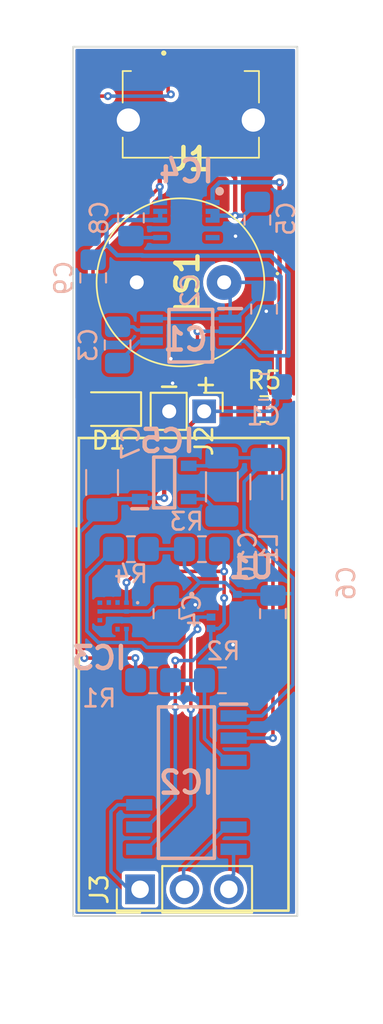
<source format=kicad_pcb>
(kicad_pcb (version 20211014) (generator pcbnew)
  (layers (0 "F.Cu" signal) (31 "B.Cu" signal) (34 "B.Paste" user) (35 "F.Paste" user) (36 "B.SilkS" user "B.Silkscreen") (37 "F.SilkS" user "F.Silkscreen") (38 "B.Mask" user) (39 "F.Mask" user) (44 "Edge.Cuts" user))
  (net 0 "")
  (net 1 "Earth")
  (net 2 "/BAT")
  (net 3 "Net-(C2-Pad1)")
  (net 4 "Net-(C3-Pad1)")
  (net 5 "Net-(C3-Pad2)")
  (net 6 "/1.8V")
  (net 7 "/5V")
  (net 8 "Net-(C8-Pad1)")
  (net 9 "/BUZZER")
  (net 10 "/BAT_DIV")
  (net 11 "/RX")
  (net 12 "/TX")
  (net 13 "/SDA")
  (net 14 "/SCL")
  (net 15 "/PROG")
  (net 21 "Net-(IC4-Pad1)")
  (net 23 "Net-(IC5-Pad5)")
  (net 24 "/D-")
  (net 25 "/D+")
  (net 26 "/ID")
  (net 27 "Net-(D1-Pad1)")
  (footprint "SamacSys_Parts:USB307530A" (layer "F.Cu") (at 39.243 28.067)
    (fp_text reference "J1" (at 0 2.233) (layer "F.SilkS") (effects (font (size 1.27 1.27) (thickness 0.254))))
    (fp_text value "USB3075-30-A" hide)
    (fp_line (start 3.9 2.15) (end 3.9 1) (layer "F.SilkS") (width 0.1))
    (fp_line (start -1.6 -3.825) (end -1.6 -3.825) (layer "F.SilkS") (width 0.2))
    (fp_line (start -1.5 -3.825) (end -1.5 -3.825) (layer "F.SilkS") (width 0.2))
    (fp_line (start -3.9 1) (end -3.9 2.15) (layer "F.SilkS") (width 0.1))
    (fp_line (start -3.9 -2.8) (end -3.9 -1) (layer "F.SilkS") (width 0.1))
    (fp_line (start -3.425 -2.8) (end -3.9 -2.8) (layer "F.SilkS") (width 0.1))
    (fp_line (start 3.075 -2.8) (end 3.9 -2.8) (layer "F.SilkS") (width 0.1))
    (fp_line (start 3.9 -2.8) (end 3.9 -1) (layer "F.SilkS") (width 0.1))
    (fp_line (start -3.9 2.15) (end 3.9 2.15) (layer "F.SilkS") (width 0.1))
    (fp_arc (start -1.6 -3.825) (mid -1.55 -3.875) (end -1.5 -3.825) (layer "F.SilkS") (width 0.2))
    (fp_arc (start -1.5 -3.825) (mid -1.55 -3.775) (end -1.6 -3.825) (layer "F.SilkS") (width 0.2))
    (pad "1" smd rect locked (at -1.3 -2.65) (size 0.4 1.4) (layers "F.Cu" "F.Paste" "F.Mask") (net 7 "/5V"))
    (pad "2" smd rect locked (at -0.65 -2.65) (size 0.4 1.4) (layers "F.Cu" "F.Paste" "F.Mask") (net 24 "/D-"))
    (pad "3" smd rect locked (at 0 -2.65) (size 0.4 1.4) (layers "F.Cu" "F.Paste" "F.Mask") (net 25 "/D+"))
    (pad "4" smd rect locked (at 0.65 -2.65) (size 0.4 1.4) (layers "F.Cu" "F.Paste" "F.Mask") (net 26 "/ID"))
    (pad "5" smd rect locked (at 1.3 -2.65) (size 0.4 1.4) (layers "F.Cu" "F.Paste" "F.Mask") (net 1 "Earth"))
    (pad "MH1" thru_hole circle locked (at -3.575 0) (size 1.85 1.85) (drill 1.3285) (layers *.Cu *.Mask) (net 1 "Earth"))
    (pad "MH2" thru_hole circle locked (at 3.575 0) (size 1.85 1.85) (drill 1.3285) (layers *.Cu *.Mask) (net 1 "Earth"))
    (pad "MP1" smd rect locked (at -1.125 0) (size 1.75 1.9) (layers "F.Cu" "F.Paste" "F.Mask") (net 1 "Earth"))
    (pad "MP2" smd rect locked (at 1.125 0) (size 1.75 1.9) (layers "F.Cu" "F.Paste" "F.Mask") (net 1 "Earth"))
    (pad "MP3" smd rect locked (at -2.32 -2.23) (size 1.15 1.45) (layers "F.Cu" "F.Paste" "F.Mask") (net 1 "Earth"))
    (pad "MP4" smd rect locked (at 2.32 -2.23) (size 1.15 1.45) (layers "F.Cu" "F.Paste" "F.Mask") (net 1 "Earth"))
  )
  (footprint "Connector_PinHeader_2.00mm:PinHeader_1x02_P2.00mm_Vertical" (layer "F.Cu") (at 40.005 44.704 -90)
    (fp_text reference "J2" (at 1.696 0.005 90) (layer "F.SilkS"))
    (fp_text value "Battery")
    (fp_line (start 1.06 1) (end 1.06 3.06) (layer "F.SilkS") (width 0.12))
    (fp_line (start -1.06 3.06) (end 1.06 3.06) (layer "F.SilkS") (width 0.12))
    (fp_line (start -1.06 -1.06) (end 0 -1.06) (layer "F.SilkS") (width 0.12))
    (fp_line (start -1.06 0) (end -1.06 -1.06) (layer "F.SilkS") (width 0.12))
    (fp_line (start -1.06 1) (end 1.06 1) (layer "F.SilkS") (width 0.12))
    (fp_line (start -1.06 1) (end -1.06 3.06) (layer "F.SilkS") (width 0.12))
    (pad "1" thru_hole rect (at 0 0 270) (size 1.35 1.35) (drill 0.8) (layers *.Cu *.Mask) (net 2 "/BAT"))
    (pad "2" thru_hole oval (at 0 2 270) (size 1.35 1.35) (drill 0.8) (layers *.Cu *.Mask) (net 1 "Earth"))
  )
  (footprint "LED_SMD:LED_0805_2012Metric_Pad1.15x1.40mm_HandSolder" (layer "F.Cu") (at 34.535 44.577 180)
    (fp_text reference "D1" (at 0 -1.793) (layer "F.SilkS"))
    (fp_text value "LED")
    (fp_line (start -1.86 0.96) (end 1 0.96) (layer "F.SilkS") (width 0.12))
    (fp_line (start 1 -0.96) (end -1.86 -0.96) (layer "F.SilkS") (width 0.12))
    (fp_line (start -1.86 -0.96) (end -1.86 0.96) (layer "F.SilkS") (width 0.12))
    (pad "1" smd roundrect (at -1.025 0 180) (size 1.15 1.4) (layers "F.Cu" "F.Paste" "F.Mask") (roundrect_rratio 0.2173913043) (net 27 "Net-(D1-Pad1)"))
    (pad "2" smd roundrect (at 1.025 0 180) (size 1.15 1.4) (layers "F.Cu" "F.Paste" "F.Mask") (roundrect_rratio 0.2173913043) (net 7 "/5V"))
  )
  (footprint "Resistor_SMD:R_0805_2012Metric_Pad1.20x1.40mm_HandSolder" (layer "F.Cu") (at 43.45 44.577)
    (fp_text reference "R5" (at 0 -1.65) (layer "F.SilkS"))
    (fp_text value "100")
    (fp_line (start -0.227064 0.735) (end 0.227064 0.735) (layer "F.SilkS") (width 0.12))
    (fp_line (start -0.227064 -0.735) (end 0.227064 -0.735) (layer "F.SilkS") (width 0.12))
    (pad "1" smd roundrect (at -1 0) (size 1.2 1.4) (layers "F.Cu" "F.Paste" "F.Mask") (roundrect_rratio 0.2083333333) (net 27 "Net-(D1-Pad1)"))
    (pad "2" smd roundrect (at 1 0) (size 1.2 1.4) (layers "F.Cu" "F.Paste" "F.Mask") (roundrect_rratio 0.2083333333) (net 21 "Net-(IC4-Pad1)"))
  )
  (footprint "Connector_PinHeader_2.54mm:PinHeader_1x03_P2.54mm_Vertical" (layer "F.Cu") (at 36.337 72.009 90)
    (fp_text reference "J3" (at 0 -2.33 90) (layer "F.SilkS"))
    (fp_text value "Conn_01x03_Female")
    (fp_line (start -1.33 1.27) (end 1.33 1.27) (layer "F.SilkS") (width 0.12))
    (fp_line (start -1.33 0) (end -1.33 -1.33) (layer "F.SilkS") (width 0.12))
    (fp_line (start -1.33 1.27) (end -1.33 6.41) (layer "F.SilkS") (width 0.12))
    (fp_line (start 1.33 1.27) (end 1.33 6.41) (layer "F.SilkS") (width 0.12))
    (fp_line (start -1.33 -1.33) (end 0 -1.33) (layer "F.SilkS") (width 0.12))
    (fp_line (start -1.33 6.41) (end 1.33 6.41) (layer "F.SilkS") (width 0.12))
    (pad "1" thru_hole rect (at 0 0 90) (size 1.7 1.7) (drill 1) (layers *.Cu *.Mask) (net 15 "/PROG"))
    (pad "2" thru_hole oval (at 0 2.54 90) (size 1.7 1.7) (drill 1) (layers *.Cu *.Mask) (net 11 "/RX"))
    (pad "3" thru_hole oval (at 0 5.08 90) (size 1.7 1.7) (drill 1) (layers *.Cu *.Mask) (net 12 "/TX"))
  )
  (footprint "SamacSys_Parts:CMI96050580T" (layer "F.Cu") (at 41.148 37.338 -90)
    (fp_text reference "LS1" (at 0 2.1 90) (layer "F.SilkS") (effects (font (size 1.27 1.27) (thickness 0.254))))
    (fp_text value "CMI-9605-0580T" hide)
    (fp_line (start -0.5 -3.1) (end -0.5 -3.1) (layer "F.SilkS") (width 0.1))
    (fp_line (start 4.8 2.5) (end 4.8 2.5) (layer "F.SilkS") (width 0.1))
    (fp_line (start -4.8 2.5) (end -4.8 2.5) (layer "F.SilkS") (width 0.1))
    (fp_line (start -0.5 -3) (end -0.5 -3) (layer "F.SilkS") (width 0.1))
    (fp_arc (start 4.8 2.5) (mid 0 7.3) (end -4.8 2.5) (layer "F.SilkS") (width 0.1))
    (fp_arc (start -4.8 2.5) (mid 0 -2.3) (end 4.8 2.5) (layer "F.SilkS") (width 0.1))
    (fp_arc (start -0.5 -3) (mid -0.55 -3.05) (end -0.5 -3.1) (layer "F.SilkS") (width 0.1))
    (fp_arc (start -0.5 -3.1) (mid -0.45 -3.05) (end -0.5 -3) (layer "F.SilkS") (width 0.1))
    (pad "1" thru_hole circle locked (at 0 0 270) (size 2 2) (drill 0.8) (layers *.Cu *.Mask) (net 3 "Net-(C2-Pad1)"))
    (pad "2" thru_hole circle locked (at 0 5 270) (size 2 2) (drill 0.8) (layers *.Cu *.Mask) (net 1 "Earth"))
  )
  (footprint "Capacitor_SMD:C_0805_2012Metric_Pad1.18x1.45mm_HandSolder" (layer "B.Cu") (at 43.4125 43.307)
    (fp_text reference "C1" (at 0 1.68) (layer "B.SilkS") (effects (justify mirror)))
    (fp_text value "1uF")
    (fp_line (start -0.261252 0.735) (end 0.261252 0.735) (layer "B.SilkS") (width 0.12))
    (fp_line (start -0.261252 -0.735) (end 0.261252 -0.735) (layer "B.SilkS") (width 0.12))
    (pad "1" smd roundrect (at -1.0375 0) (size 1.175 1.45) (layers "B.Cu" "B.Paste" "B.Mask") (roundrect_rratio 0.2127659574) (net 1 "Earth"))
    (pad "2" smd roundrect (at 1.0375 0) (size 1.175 1.45) (layers "B.Cu" "B.Paste" "B.Mask") (roundrect_rratio 0.2127659574) (net 2 "/BAT"))
  )
  (footprint "SamacSys_Parts:SON50P300X300X100-11N-D" (layer "B.Cu") (at 38.989 33.782 180)
    (fp_text reference "IC4" (at 0 2.794) (layer "B.SilkS") (effects (font (size 1.27 1.27) (thickness 0.254)) (justify mirror)))
    (fp_text value "MCP73855-I_MF" hide)
    (fp_circle (center -1.9 1.65) (end -1.9 1.525) (layer "B.SilkS") (width 0.25) (fill none))
    (pad "1" smd rect locked (at -1.5 1 90) (size 0.3 0.8) (layers "B.Cu" "B.Paste" "B.Mask") (net 21 "Net-(IC4-Pad1)"))
    (pad "2" smd rect locked (at -1.5 0.5 90) (size 0.3 0.8) (layers "B.Cu" "B.Paste" "B.Mask") (net 7 "/5V"))
    (pad "3" smd rect locked (at -1.5 0 90) (size 0.3 0.8) (layers "B.Cu" "B.Paste" "B.Mask") (net 7 "/5V"))
    (pad "4" smd rect locked (at -1.5 -0.5 90) (size 0.3 0.8) (layers "B.Cu" "B.Paste" "B.Mask") (net 1 "Earth"))
    (pad "5" smd rect locked (at -1.5 -1 90) (size 0.3 0.8) (layers "B.Cu" "B.Paste" "B.Mask"))
    (pad "6" smd rect locked (at 1.5 -1 90) (size 0.3 0.8) (layers "B.Cu" "B.Paste" "B.Mask") (net 8 "Net-(C8-Pad1)"))
    (pad "7" smd rect locked (at 1.5 -0.5 90) (size 0.3 0.8) (layers "B.Cu" "B.Paste" "B.Mask") (net 1 "Earth"))
    (pad "8" smd rect locked (at 1.5 0 90) (size 0.3 0.8) (layers "B.Cu" "B.Paste" "B.Mask") (net 2 "/BAT"))
    (pad "9" smd rect locked (at 1.5 0.5 90) (size 0.3 0.8) (layers "B.Cu" "B.Paste" "B.Mask") (net 2 "/BAT"))
    (pad "10" smd rect locked (at 1.5 1 90) (size 0.3 0.8) (layers "B.Cu" "B.Paste" "B.Mask") (net 7 "/5V"))
    (pad "11" smd rect locked (at 0 0 180) (size 1.75 2.45) (layers "B.Cu" "B.Paste" "B.Mask") (net 1 "Earth"))
  )
  (footprint "Capacitor_SMD:C_0805_2012Metric_Pad1.18x1.45mm_HandSolder" (layer "B.Cu") (at 37.846 56.261 -90)
    (fp_text reference "C4" (at -0.161 -1.454 90) (layer "B.SilkS") (effects (justify mirror)))
    (fp_text value ".1uF")
    (fp_line (start -0.261252 0.735) (end 0.261252 0.735) (layer "B.SilkS") (width 0.12))
    (fp_line (start -0.261252 -0.735) (end 0.261252 -0.735) (layer "B.SilkS") (width 0.12))
    (pad "1" smd roundrect (at -1.0375 0 270) (size 1.175 1.45) (layers "B.Cu" "B.Paste" "B.Mask") (roundrect_rratio 0.2127659574) (net 6 "/1.8V"))
    (pad "2" smd roundrect (at 1.0375 0 270) (size 1.175 1.45) (layers "B.Cu" "B.Paste" "B.Mask") (roundrect_rratio 0.2127659574) (net 1 "Earth"))
  )
  (footprint "Capacitor_SMD:C_0805_2012Metric_Pad1.18x1.45mm_HandSolder" (layer "B.Cu") (at 43.053 33.782 -90)
    (fp_text reference "C5" (at -0.082 -1.647 90) (layer "B.SilkS") (effects (justify mirror)))
    (fp_text value "5uF")
    (fp_line (start -0.261252 -0.735) (end 0.261252 -0.735) (layer "B.SilkS") (width 0.12))
    (fp_line (start -0.261252 0.735) (end 0.261252 0.735) (layer "B.SilkS") (width 0.12))
    (pad "1" smd roundrect (at -1.0375 0 270) (size 1.175 1.45) (layers "B.Cu" "B.Paste" "B.Mask") (roundrect_rratio 0.2127659574) (net 7 "/5V"))
    (pad "2" smd roundrect (at 1.0375 0 270) (size 1.175 1.45) (layers "B.Cu" "B.Paste" "B.Mask") (roundrect_rratio 0.2127659574) (net 1 "Earth"))
  )
  (footprint "SamacSys_Parts:MC3479" (layer "B.Cu") (at 34.798 56.388 180)
    (fp_text reference "IC3" (at 0.798 -2.412) (layer "B.SilkS") (effects (font (size 1.27 1.27) (thickness 0.254)) (justify mirror)))
    (fp_text value "MC3479" hide)
    (fp_line (start -1.4 0.8) (end -1.4 0.8) (layer "B.SilkS") (width 0.1))
    (fp_line (start -1.4 0.7) (end -1.4 0.7) (layer "B.SilkS") (width 0.1))
    (fp_arc (start -1.4 0.8) (mid -1.45 0.75) (end -1.4 0.7) (layer "B.SilkS") (width 0.1))
    (fp_arc (start -1.4 0.7) (mid -1.35 0.75) (end -1.4 0.8) (layer "B.SilkS") (width 0.1))
    (pad "1" smd rect locked (at -0.762 0.75 90) (size 0.25 0.275) (layers "B.Cu" "B.Paste" "B.Mask") (net 14 "/SCL"))
    (pad "2" smd rect locked (at -0.762 0.25 90) (size 0.25 0.275) (layers "B.Cu" "B.Paste" "B.Mask") (net 6 "/1.8V"))
    (pad "3" smd rect locked (at -0.762 -0.25 90) (size 0.25 0.275) (layers "B.Cu" "B.Paste" "B.Mask") (net 1 "Earth"))
    (pad "4" smd rect locked (at -0.762 -0.75 90) (size 0.25 0.275) (layers "B.Cu" "B.Paste" "B.Mask") (net 13 "/SDA"))
    (pad "5" smd rect locked (at -0.25 -0.763 180) (size 0.25 0.275) (layers "B.Cu" "B.Paste" "B.Mask"))
    (pad "6" smd rect locked (at 0.25 -0.763 180) (size 0.25 0.275) (layers "B.Cu" "B.Paste" "B.Mask") (net 1 "Earth"))
    (pad "7" smd rect locked (at 0.763 -0.75 90) (size 0.25 0.275) (layers "B.Cu" "B.Paste" "B.Mask") (net 1 "Earth"))
    (pad "8" smd rect locked (at 0.763 -0.25 90) (size 0.25 0.275) (layers "B.Cu" "B.Paste" "B.Mask"))
    (pad "9" smd rect locked (at 0.763 0.25 90) (size 0.25 0.275) (layers "B.Cu" "B.Paste" "B.Mask") (net 6 "/1.8V"))
    (pad "10" smd rect locked (at 0.763 0.75 90) (size 0.25 0.275) (layers "B.Cu" "B.Paste" "B.Mask"))
    (pad "11" smd rect locked (at 0.25 0.762 180) (size 0.25 0.275) (layers "B.Cu" "B.Paste" "B.Mask"))
    (pad "12" smd rect locked (at -0.25 0.762 180) (size 0.25 0.275) (layers "B.Cu" "B.Paste" "B.Mask"))
  )
  (footprint "SamacSys_Parts:SOP65P490X122-8N" (layer "B.Cu") (at 39.243 40.386 180)
    (fp_text reference "IC1" (at 0 -0.214) (layer "B.SilkS") (effects (font (size 1.27 1.27) (thickness 0.254)) (justify mirror)))
    (fp_text value "XC9801B503KR-G" hide)
    (fp_line (start 1.25 -1.5) (end -1.25 -1.5) (layer "B.SilkS") (width 0.2))
    (fp_line (start -1.25 -1.5) (end -1.25 1.5) (layer "B.SilkS") (width 0.2))
    (fp_line (start 1.25 1.5) (end 1.25 -1.5) (layer "B.SilkS") (width 0.2))
    (fp_line (start -2.9 1.55) (end -1.6 1.55) (layer "B.SilkS") (width 0.2))
    (fp_line (start -1.25 1.5) (end 1.25 1.5) (layer "B.SilkS") (width 0.2))
    (pad "1" smd rect locked (at -2.25 0.975 90) (size 0.45 1.3) (layers "B.Cu" "B.Paste" "B.Mask") (net 3 "Net-(C2-Pad1)"))
    (pad "2" smd rect locked (at -2.25 0.325 90) (size 0.45 1.3) (layers "B.Cu" "B.Paste" "B.Mask") (net 9 "/BUZZER"))
    (pad "3" smd rect locked (at -2.25 -0.325 90) (size 0.45 1.3) (layers "B.Cu" "B.Paste" "B.Mask") (net 2 "/BAT"))
    (pad "4" smd rect locked (at -2.25 -0.975 90) (size 0.45 1.3) (layers "B.Cu" "B.Paste" "B.Mask") (net 1 "Earth"))
    (pad "5" smd rect locked (at 2.25 -0.975 90) (size 0.45 1.3) (layers "B.Cu" "B.Paste" "B.Mask") (net 1 "Earth"))
    (pad "6" smd rect locked (at 2.25 -0.325 90) (size 0.45 1.3) (layers "B.Cu" "B.Paste" "B.Mask") (net 5 "Net-(C3-Pad2)"))
    (pad "7" smd rect locked (at 2.25 0.325 90) (size 0.45 1.3) (layers "B.Cu" "B.Paste" "B.Mask") (net 4 "Net-(C3-Pad1)"))
    (pad "8" smd rect locked (at 2.25 0.975 90) (size 0.45 1.3) (layers "B.Cu" "B.Paste" "B.Mask") (net 3 "Net-(C2-Pad1)"))
  )
  (footprint "Capacitor_SMD:C_1206_3216Metric_Pad1.33x1.80mm_HandSolder" (layer "B.Cu") (at 43.561 49.022 -90)
    (fp_text reference "C10" (at 3.978 1.061 90) (layer "B.SilkS") (effects (justify mirror)))
    (fp_text value "22uF")
    (fp_line (start -0.711252 0.91) (end 0.711252 0.91) (layer "B.SilkS") (width 0.12))
    (fp_line (start -0.711252 -0.91) (end 0.711252 -0.91) (layer "B.SilkS") (width 0.12))
    (pad "1" smd roundrect (at -1.5625 0 270) (size 1.325 1.8) (layers "B.Cu" "B.Paste" "B.Mask") (roundrect_rratio 0.1886792453) (net 6 "/1.8V"))
    (pad "2" smd roundrect (at 1.5625 0 270) (size 1.325 1.8) (layers "B.Cu" "B.Paste" "B.Mask") (roundrect_rratio 0.1886792453) (net 1 "Earth"))
  )
  (footprint "Capacitor_SMD:C_0805_2012Metric_Pad1.18x1.45mm_HandSolder" (layer "B.Cu") (at 43.434 38.862 -90)
    (fp_text reference "C2" (at -1.062 4.234 90) (layer "B.SilkS") (effects (justify mirror)))
    (fp_text value "5uF")
    (fp_line (start -0.261252 -0.735) (end 0.261252 -0.735) (layer "B.SilkS") (width 0.12))
    (fp_line (start -0.261252 0.735) (end 0.261252 0.735) (layer "B.SilkS") (width 0.12))
    (pad "1" smd roundrect (at -1.0375 0 270) (size 1.175 1.45) (layers "B.Cu" "B.Paste" "B.Mask") (roundrect_rratio 0.2127659574) (net 3 "Net-(C2-Pad1)"))
    (pad "2" smd roundrect (at 1.0375 0 270) (size 1.175 1.45) (layers "B.Cu" "B.Paste" "B.Mask") (roundrect_rratio 0.2127659574) (net 1 "Earth"))
  )
  (footprint "Resistor_SMD:R_0805_2012Metric_Pad1.20x1.40mm_HandSolder" (layer "B.Cu") (at 37.084 60.071)
    (fp_text reference "R1" (at -3.084 1.029) (layer "B.SilkS") (effects (justify mirror)))
    (fp_text value "300K")
    (fp_line (start -0.227064 -0.735) (end 0.227064 -0.735) (layer "B.SilkS") (width 0.12))
    (fp_line (start -0.227064 0.735) (end 0.227064 0.735) (layer "B.SilkS") (width 0.12))
    (pad "1" smd roundrect (at -1 0) (size 1.2 1.4) (layers "B.Cu" "B.Paste" "B.Mask") (roundrect_rratio 0.2083333333) (net 2 "/BAT"))
    (pad "2" smd roundrect (at 1 0) (size 1.2 1.4) (layers "B.Cu" "B.Paste" "B.Mask") (roundrect_rratio 0.2083333333) (net 10 "/BAT_DIV"))
  )
  (footprint "Capacitor_SMD:C_1206_3216Metric_Pad1.33x1.80mm_HandSolder" (layer "B.Cu") (at 34.163 48.768 90)
    (fp_text reference "C7" (at 2.268 1.637 90) (layer "B.SilkS") (effects (justify mirror)))
    (fp_text value "22uF")
    (fp_line (start -0.711252 -0.91) (end 0.711252 -0.91) (layer "B.SilkS") (width 0.12))
    (fp_line (start -0.711252 0.91) (end 0.711252 0.91) (layer "B.SilkS") (width 0.12))
    (pad "1" smd roundrect (at -1.5625 0 90) (size 1.325 1.8) (layers "B.Cu" "B.Paste" "B.Mask") (roundrect_rratio 0.1886792453) (net 2 "/BAT"))
    (pad "2" smd roundrect (at 1.5625 0 90) (size 1.325 1.8) (layers "B.Cu" "B.Paste" "B.Mask") (roundrect_rratio 0.1886792453) (net 1 "Earth"))
  )
  (footprint "Inductor_SMD:L_1206_3216Metric_Pad1.22x1.90mm_HandSolder" (layer "B.Cu") (at 41.021 49.022 90)
    (fp_text reference "L1" (at -3.478 2.679 90) (layer "B.SilkS") (effects (justify mirror)))
    (fp_text value "10uH")
    (fp_line (start -0.835242 0.91) (end 0.835242 0.91) (layer "B.SilkS") (width 0.12))
    (fp_line (start -0.835242 -0.91) (end 0.835242 -0.91) (layer "B.SilkS") (width 0.12))
    (pad "1" smd roundrect (at -1.6625 0 90) (size 1.225 1.9) (layers "B.Cu" "B.Paste" "B.Mask") (roundrect_rratio 0.2040816327) (net 23 "Net-(IC5-Pad5)"))
    (pad "2" smd roundrect (at 1.6625 0 90) (size 1.225 1.9) (layers "B.Cu" "B.Paste" "B.Mask") (roundrect_rratio 0.2040816327) (net 6 "/1.8V"))
  )
  (footprint "SamacSys_Parts:ICP10111" (layer "B.Cu") (at 41.148 56.134 180)
    (fp_text reference "U1" (at -1.552 2.534) (layer "B.SilkS") (effects (font (size 1.27 1.27) (thickness 0.254)) (justify mirror)))
    (fp_text value "ICP-10111" hide)
    (fp_line (start 1.8 0.975) (end 1.8 0.975) (layer "B.SilkS") (width 0.2))
    (fp_line (start 1.8 0.975) (end 1.8 0.975) (layer "B.SilkS") (width 0.2))
    (fp_line (start 1.9 0.975) (end 1.9 0.975) (layer "B.SilkS") (width 0.2))
    (fp_arc (start 1.9 0.975) (mid 1.85 1.025) (end 1.8 0.975) (layer "B.SilkS") (width 0.2))
    (fp_arc (start 1.8 0.975) (mid 1.85 0.925) (end 1.9 0.975) (layer "B.SilkS") (width 0.2))
    (fp_arc (start 1.8 0.975) (mid 1.85 0.925) (end 1.9 0.975) (layer "B.SilkS") (width 0.2))
    (pad "1" smd rect locked (at 0.75 0.975 90) (size 0.4 0.5) (layers "B.Cu" "B.Paste" "B.Mask") (net 1 "Earth"))
    (pad "2" smd rect locked (at 0.75 0.325 90) (size 0.4 0.5) (layers "B.Cu" "B.Paste" "B.Mask") (net 1 "Earth"))
    (pad "3" smd rect locked (at 0.75 -0.325 90) (size 0.4 0.5) (layers "B.Cu" "B.Paste" "B.Mask") (net 13 "/SDA"))
    (pad "4" smd rect locked (at 0.75 -0.975 90) (size 0.4 0.5) (layers "B.Cu" "B.Paste" "B.Mask") (net 14 "/SCL"))
    (pad "5" smd rect locked (at -0.75 -0.975 90) (size 0.4 0.5) (layers "B.Cu" "B.Paste" "B.Mask") (net 1 "Earth"))
    (pad "6" smd rect locked (at -0.75 -0.325 90) (size 0.4 0.5) (layers "B.Cu" "B.Paste" "B.Mask") (net 1 "Earth"))
    (pad "7" smd rect locked (at -0.75 0.325 90) (size 0.4 0.5) (layers "B.Cu" "B.Paste" "B.Mask") (net 1 "Earth"))
    (pad "8" smd rect locked (at -0.75 0.975 90) (size 0.4 0.5) (layers "B.Cu" "B.Paste" "B.Mask") (net 6 "/1.8V"))
  )
  (footprint "Resistor_SMD:R_0805_2012Metric_Pad1.20x1.40mm_HandSolder" (layer "B.Cu") (at 41.021 60.071)
    (fp_text reference "R2" (at 0.079 -1.671) (layer "B.SilkS") (effects (justify mirror)))
    (fp_text value "100K")
    (fp_line (start -0.227064 -0.735) (end 0.227064 -0.735) (layer "B.SilkS") (width 0.12))
    (fp_line (start -0.227064 0.735) (end 0.227064 0.735) (layer "B.SilkS") (width 0.12))
    (pad "1" smd roundrect (at -1 0) (size 1.2 1.4) (layers "B.Cu" "B.Paste" "B.Mask") (roundrect_rratio 0.2083333333) (net 10 "/BAT_DIV"))
    (pad "2" smd roundrect (at 1 0) (size 1.2 1.4) (layers "B.Cu" "B.Paste" "B.Mask") (roundrect_rratio 0.2083333333) (net 1 "Earth"))
  )
  (footprint "Capacitor_SMD:C_0805_2012Metric_Pad1.18x1.45mm_HandSolder" (layer "B.Cu") (at 43.942 56.261 -90)
    (fp_text reference "C6" (at -1.741 -4.196 90) (layer "B.SilkS") (effects (justify mirror)))
    (fp_text value ".1uF")
    (fp_line (start -0.261252 0.735) (end 0.261252 0.735) (layer "B.SilkS") (width 0.12))
    (fp_line (start -0.261252 -0.735) (end 0.261252 -0.735) (layer "B.SilkS") (width 0.12))
    (pad "1" smd roundrect (at -1.0375 0 270) (size 1.175 1.45) (layers "B.Cu" "B.Paste" "B.Mask") (roundrect_rratio 0.2127659574) (net 6 "/1.8V"))
    (pad "2" smd roundrect (at 1.0375 0 270) (size 1.175 1.45) (layers "B.Cu" "B.Paste" "B.Mask") (roundrect_rratio 0.2127659574) (net 1 "Earth"))
  )
  (footprint "SamacSys_Parts:SOIC127P600X175-14N" (layer "B.Cu") (at 38.989 65.913 180)
    (fp_text reference "IC2" (at 0 0) (layer "B.SilkS") (effects (font (size 1.27 1.27) (thickness 0.254)) (justify mirror)))
    (fp_text value "ATTINY804-SSF" hide)
    (fp_line (start -1.6 -4.325) (end -1.6 4.325) (layer "B.SilkS") (width 0.2))
    (fp_line (start -3.45 4.485) (end -1.95 4.485) (layer "B.SilkS") (width 0.2))
    (fp_line (start 1.6 4.325) (end 1.6 -4.325) (layer "B.SilkS") (width 0.2))
    (fp_line (start 1.6 -4.325) (end -1.6 -4.325) (layer "B.SilkS") (width 0.2))
    (fp_line (start -1.6 4.325) (end 1.6 4.325) (layer "B.SilkS") (width 0.2))
    (pad "1" smd rect locked (at -2.7 3.81 90) (size 0.65 1.5) (layers "B.Cu" "B.Paste" "B.Mask") (net 6 "/1.8V"))
    (pad "2" smd rect locked (at -2.7 2.54 90) (size 0.65 1.5) (layers "B.Cu" "B.Paste" "B.Mask") (net 9 "/BUZZER"))
    (pad "3" smd rect locked (at -2.7 1.27 90) (size 0.65 1.5) (layers "B.Cu" "B.Paste" "B.Mask") (net 10 "/BAT_DIV"))
    (pad "4" smd rect locked (at -2.7 0 90) (size 0.65 1.5) (layers "B.Cu" "B.Paste" "B.Mask") (net 1 "Earth"))
    (pad "5" smd rect locked (at -2.7 -1.27 90) (size 0.65 1.5) (layers "B.Cu" "B.Paste" "B.Mask") (net 1 "Earth"))
    (pad "6" smd rect locked (at -2.7 -2.54 90) (size 0.65 1.5) (layers "B.Cu" "B.Paste" "B.Mask") (net 11 "/RX"))
    (pad "7" smd rect locked (at -2.7 -3.81 90) (size 0.65 1.5) (layers "B.Cu" "B.Paste" "B.Mask") (net 12 "/TX"))
    (pad "8" smd rect locked (at 2.7 -3.81 90) (size 0.65 1.5) (layers "B.Cu" "B.Paste" "B.Mask") (net 13 "/SDA"))
    (pad "9" smd rect locked (at 2.7 -2.54 90) (size 0.65 1.5) (layers "B.Cu" "B.Paste" "B.Mask") (net 14 "/SCL"))
    (pad "10" smd rect locked (at 2.7 -1.27 90) (size 0.65 1.5) (layers "B.Cu" "B.Paste" "B.Mask") (net 15 "/PROG"))
    (pad "11" smd rect locked (at 2.7 0 90) (size 0.65 1.5) (layers "B.Cu" "B.Paste" "B.Mask") (net 1 "Earth"))
    (pad "12" smd rect locked (at 2.7 1.27 90) (size 0.65 1.5) (layers "B.Cu" "B.Paste" "B.Mask") (net 1 "Earth"))
    (pad "13" smd rect locked (at 2.7 2.54 90) (size 0.65 1.5) (layers "B.Cu" "B.Paste" "B.Mask") (net 1 "Earth"))
    (pad "14" smd rect locked (at 2.7 3.81 90) (size 0.65 1.5) (layers "B.Cu" "B.Paste" "B.Mask") (net 1 "Earth"))
  )
  (footprint "Capacitor_SMD:C_0805_2012Metric_Pad1.18x1.45mm_HandSolder" (layer "B.Cu") (at 35.814 33.655 90)
    (fp_text reference "C8" (at 0 -1.814 90) (layer "B.SilkS") (effects (justify mirror)))
    (fp_text value ".1uF")
    (fp_line (start -0.261252 0.735) (end 0.261252 0.735) (layer "B.SilkS") (width 0.12))
    (fp_line (start -0.261252 -0.735) (end 0.261252 -0.735) (layer "B.SilkS") (width 0.12))
    (pad "1" smd roundrect (at -1.0375 0 90) (size 1.175 1.45) (layers "B.Cu" "B.Paste" "B.Mask") (roundrect_rratio 0.2127659574) (net 8 "Net-(C8-Pad1)"))
    (pad "2" smd roundrect (at 1.0375 0 90) (size 1.175 1.45) (layers "B.Cu" "B.Paste" "B.Mask") (roundrect_rratio 0.2127659574) (net 1 "Earth"))
  )
  (footprint "Resistor_SMD:R_0805_2012Metric_Pad1.20x1.40mm_HandSolder" (layer "B.Cu") (at 39.878 52.578 180)
    (fp_text reference "R3" (at 0.878 1.578) (layer "B.SilkS") (effects (justify mirror)))
    (fp_text value "4.7K")
    (fp_line (start -0.227064 0.735) (end 0.227064 0.735) (layer "B.SilkS") (width 0.12))
    (fp_line (start -0.227064 -0.735) (end 0.227064 -0.735) (layer "B.SilkS") (width 0.12))
    (pad "1" smd roundrect (at -1 0 180) (size 1.2 1.4) (layers "B.Cu" "B.Paste" "B.Mask") (roundrect_rratio 0.2083333333) (net 14 "/SCL"))
    (pad "2" smd roundrect (at 1 0 180) (size 1.2 1.4) (layers "B.Cu" "B.Paste" "B.Mask") (roundrect_rratio 0.2083333333) (net 6 "/1.8V"))
  )
  (footprint "SamacSys_Parts:SOT95P280X130-5N" (layer "B.Cu") (at 37.719 48.768)
    (fp_text reference "IC5" (at 0.181 -2.368) (layer "B.SilkS") (effects (font (size 1.27 1.27) (thickness 0.254)) (justify mirror)))
    (fp_text value "XC9265B181MR-G" hide)
    (fp_line (start -0.6 1.45) (end 0.6 1.45) (layer "B.SilkS") (width 0.2))
    (fp_line (start 0.6 1.45) (end 0.6 -1.45) (layer "B.SilkS") (width 0.2))
    (fp_line (start -1.85 1.5) (end -0.95 1.5) (layer "B.SilkS") (width 0.2))
    (fp_line (start -0.6 -1.45) (end -0.6 1.45) (layer "B.SilkS") (width 0.2))
    (fp_line (start 0.6 -1.45) (end -0.6 -1.45) (layer "B.SilkS") (width 0.2))
    (pad "1" smd rect locked (at -1.4 0.95 270) (size 0.6 0.9) (layers "B.Cu" "B.Paste" "B.Mask") (net 2 "/BAT"))
    (pad "2" smd rect locked (at -1.4 0 270) (size 0.6 0.9) (layers "B.Cu" "B.Paste" "B.Mask") (net 1 "Earth"))
    (pad "3" smd rect locked (at -1.4 -0.95 270) (size 0.6 0.9) (layers "B.Cu" "B.Paste" "B.Mask") (net 1 "Earth"))
    (pad "4" smd rect locked (at 1.4 -0.95 270) (size 0.6 0.9) (layers "B.Cu" "B.Paste" "B.Mask") (net 6 "/1.8V"))
    (pad "5" smd rect locked (at 1.4 0.95 270) (size 0.6 0.9) (layers "B.Cu" "B.Paste" "B.Mask") (net 23 "Net-(IC5-Pad5)"))
  )
  (footprint "Capacitor_SMD:C_0805_2012Metric_Pad1.18x1.45mm_HandSolder" (layer "B.Cu") (at 35.052 40.9155 -90)
    (fp_text reference "C3" (at 0 1.68 90) (layer "B.SilkS") (effects (justify mirror)))
    (fp_text value ".5uF")
    (fp_line (start -0.261252 0.735) (end 0.261252 0.735) (layer "B.SilkS") (width 0.12))
    (fp_line (start -0.261252 -0.735) (end 0.261252 -0.735) (layer "B.SilkS") (width 0.12))
    (pad "1" smd roundrect (at -1.0375 0 270) (size 1.175 1.45) (layers "B.Cu" "B.Paste" "B.Mask") (roundrect_rratio 0.2127659574) (net 4 "Net-(C3-Pad1)"))
    (pad "2" smd roundrect (at 1.0375 0 270) (size 1.175 1.45) (layers "B.Cu" "B.Paste" "B.Mask") (roundrect_rratio 0.2127659574) (net 5 "Net-(C3-Pad2)"))
  )
  (footprint "Capacitor_SMD:C_0805_2012Metric_Pad1.18x1.45mm_HandSolder" (layer "B.Cu") (at 33.655 37.084 -90)
    (fp_text reference "C9" (at 0 1.68 90) (layer "B.SilkS") (effects (justify mirror)))
    (fp_text value "5uF")
    (fp_line (start -0.261252 0.735) (end 0.261252 0.735) (layer "B.SilkS") (width 0.12))
    (fp_line (start -0.261252 -0.735) (end 0.261252 -0.735) (layer "B.SilkS") (width 0.12))
    (pad "1" smd roundrect (at -1.0375 0 270) (size 1.175 1.45) (layers "B.Cu" "B.Paste" "B.Mask") (roundrect_rratio 0.2127659574) (net 2 "/BAT"))
    (pad "2" smd roundrect (at 1.0375 0 270) (size 1.175 1.45) (layers "B.Cu" "B.Paste" "B.Mask") (roundrect_rratio 0.2127659574) (net 1 "Earth"))
  )
  (footprint "Resistor_SMD:R_0805_2012Metric_Pad1.20x1.40mm_HandSolder" (layer "B.Cu") (at 35.814 52.578)
    (fp_text reference "R4" (at 0 1.422) (layer "B.SilkS") (effects (justify mirror)))
    (fp_text value "4.7K")
    (fp_line (start -0.227064 0.735) (end 0.227064 0.735) (layer "B.SilkS") (width 0.12))
    (fp_line (start -0.227064 -0.735) (end 0.227064 -0.735) (layer "B.SilkS") (width 0.12))
    (pad "1" smd roundrect (at -1 0) (size 1.2 1.4) (layers "B.Cu" "B.Paste" "B.Mask") (roundrect_rratio 0.2083333333) (net 13 "/SDA"))
    (pad "2" smd roundrect (at 1 0) (size 1.2 1.4) (layers "B.Cu" "B.Paste" "B.Mask") (roundrect_rratio 0.2083333333) (net 6 "/1.8V"))
  )
  (gr_rect (start 32.831 46.228) (end 44.831 73.228) (layer "F.SilkS") (width 0.15) (fill none))
  (gr_line (start 40.1 42.8) (end 40.1 43.6) (layer "F.SilkS") (width 0.15))
  (gr_line (start 37.6 43.3) (end 38.4 43.3) (layer "F.SilkS") (width 0.15))
  (gr_line (start 39.7 43.2) (end 40.5 43.2) (layer "F.SilkS") (width 0.15))
  (gr_rect (start 32.512 73.533) (end 45.339 23.876) (layer "Edge.Cuts") (width 0.1) (fill none))
  (via (at 38.2 43.1) (size 0.46) (drill 0.2) (layers "F.Cu" "B.Cu") (net 1))
  (via (at 39.497 55.753) (size 0.46) (drill 0.2) (layers "F.Cu" "B.Cu") (net 1))
  (via (at 38.1 41.7) (size 0.46) (drill 0.2) (layers "F.Cu" "B.Cu") (net 1))
  (via (at 41.8 34.7) (size 0.46) (drill 0.2) (layers "F.Cu" "B.Cu") (net 1))
  (via (at 41.656 58.039) (size 0.46) (drill 0.2) (layers "F.Cu" "B.Cu") (net 1))
  (via (at 43.561 38.989) (size 0.46) (drill 0.2) (layers "F.Cu" "B.Cu") (net 1))
  (segment (start 34.7755 47.818) (end 34.163 47.2055) (width 0.2) (layer "B.Cu") (net 1))
  (segment (start 37.97 44.739) (end 38.005 44.704) (width 0.2) (layer "B.Cu") (net 1))
  (segment (start 36.319 47.818) (end 36.319 48.768) (width 0.2) (layer "B.Cu") (net 1))
  (segment (start 36.319 47.818) (end 34.7755 47.818) (width 0.2) (layer "B.Cu") (net 1))
  (segment (start 37.719 46.99) (end 37.719 49.657) (width 0.25) (layer "F.Cu") (net 2))
  (segment (start 36.068 58.801) (end 33.147 58.801) (width 0.2) (layer "F.Cu") (net 2))
  (segment (start 40.005 44.704) (end 37.719 46.99) (width 0.25) (layer "F.Cu") (net 2))
  (via (at 33.147 58.801) (size 0.46) (drill 0.2) (layers "F.Cu" "B.Cu") (net 2))
  (via (at 36.068 58.801) (size 0.46) (drill 0.2) (layers "F.Cu" "B.Cu") (net 2))
  (via (at 37.719 49.657) (size 0.46) (drill 0.2) (layers "F.Cu" "B.Cu") (net 2))
  (segment (start 43.942 43.5825) (end 43.942 43.053) (width 0.2) (layer "B.Cu") (net 2))
  (segment (start 36.084 58.817) (end 36.068 58.801) (width 0.2) (layer "B.Cu") (net 2))
  (segment (start 34.163 50.3305) (end 32.893 51.6005) (width 0.2) (layer "B.Cu") (net 2))
  (segment (start 33.782 36.0465) (end 33.782 35.809493) (width 0.2) (layer "B.Cu") (net 2))
  (segment (start 36.788458 33.78048) (end 34.847027 33.78048) (width 0.25) (layer "B.Cu") (net 2))
  (segment (start 34.417 35.174493) (end 35.032435 35.789928) (width 0.25) (layer "B.Cu") (net 2))
  (segment (start 34.417 34.210507) (end 34.417 35.174493) (width 0.25) (layer "B.Cu") (net 2))
  (segment (start 44.196 43.307) (end 44.196 41.529) (width 0.2) (layer "B.Cu") (net 2))
  (segment (start 40.005 44.704) (end 43.815 44.704) (width 0.2) (layer "B.Cu") (net 2))
  (segment (start 36.084 60.071) (end 36.084 58.817) (width 0.2) (layer "B.Cu") (net 2))
  (segment (start 32.893 58.547) (end 33.147 58.801) (width 0.2) (layer "B.Cu") (net 2))
  (segment (start 42.343 40.711) (end 43.161 41.529) (width 0.2) (layer "B.Cu") (net 2))
  (segment (start 44.831 36.83) (end 43.815 35.814) (width 0.25) (layer "B.Cu") (net 2))
  (segment (start 34.847027 33.78048) (end 34.417 34.210507) (width 0.25) (layer "B.Cu") (net 2))
  (segment (start 43.815 35.814) (end 36.449 35.814) (width 0.25) (layer "B.Cu") (net 2))
  (segment (start 37.489 33.782) (end 36.789978 33.782) (width 0.25) (layer "B.Cu") (net 2))
  (segment (start 35.032435 35.789928) (end 36.473072 35.789928) (width 0.25) (layer "B.Cu") (net 2))
  (segment (start 37.719 49.657) (end 36.38 49.657) (width 0.25) (layer "B.Cu") (net 2))
  (segment (start 32.893 51.6005) (end 32.893 58.547) (width 0.2) (layer "B.Cu") (net 2))
  (segment (start 43.815 44.704) (end 44.196 44.323) (width 0.2) (layer "B.Cu") (net 2))
  (segment (start 36.319 49.718) (end 34.7755 49.718) (width 0.25) (layer "B.Cu") (net 2))
  (segment (start 44.831 41.529) (end 44.831 36.83) (width 0.25) (layer "B.Cu") (net 2))
  (segment (start 43.161 41.529) (end 43.942 41.529) (width 0.2) (layer "B.Cu") (net 2))
  (segment (start 33.782 35.809493) (end 34.417 35.174493) (width 0.2) (layer "B.Cu") (net 2))
  (segment (start 34.7755 49.718) (end 34.163 50.3305) (width 0.25) (layer "B.Cu") (net 2))
  (segment (start 41.493 40.711) (end 42.343 40.711) (width 0.2) (layer "B.Cu") (net 2))
  (segment (start 36.789978 33.782) (end 36.788458 33.78048) (width 0.25) (layer "B.Cu") (net 2))
  (segment (start 37.489 33.782) (end 37.489 33.282) (width 0.25) (layer "B.Cu") (net 2))
  (segment (start 40.513 44.704) (end 40.005 44.704) (width 0.25) (layer "B.Cu") (net 2))
  (segment (start 43.942 41.529) (end 44.196 41.529) (width 0.2) (layer "B.Cu") (net 2))
  (segment (start 36.38 49.657) (end 36.319 49.718) (width 0.25) (layer "B.Cu") (net 2))
  (segment (start 44.196 41.529) (end 44.831 41.529) (width 0.2) (layer "B.Cu") (net 2))
  (segment (start 44.196 44.323) (end 44.196 43.307) (width 0.2) (layer "B.Cu") (net 2))
  (segment (start 41.493 39.411) (end 41.493 37.683) (width 0.2) (layer "B.Cu") (net 3))
  (segment (start 42.9475 37.338) (end 43.434 37.8245) (width 0.2) (layer "B.Cu") (net 3))
  (segment (start 41.148 37.338) (end 42.9475 37.338) (width 0.2) (layer "B.Cu") (net 3))
  (segment (start 41.8475 39.411) (end 43.434 37.8245) (width 0.2) (layer "B.Cu") (net 3))
  (segment (start 36.993 39.411) (end 41.493 39.411) (width 0.2) (layer "B.Cu") (net 3))
  (segment (start 41.493 37.683) (end 41.148 37.338) (width 0.2) (layer "B.Cu") (net 3))
  (segment (start 41.493 39.411) (end 41.8475 39.411) (width 0.2) (layer "B.Cu") (net 3))
  (segment (start 35.96 39.878) (end 35.052 39.878) (width 0.2) (layer "B.Cu") (net 4))
  (segment (start 36.993 40.061) (end 36.143 40.061) (width 0.2) (layer "B.Cu") (net 4))
  (segment (start 36.143 40.061) (end 35.96 39.878) (width 0.2) (layer "B.Cu") (net 4))
  (segment (start 35.052 41.953) (end 36.294 40.711) (width 0.2) (layer "B.Cu") (net 5))
  (segment (start 36.294 40.711) (end 36.993 40.711) (width 0.2) (layer "B.Cu") (net 5))
  (segment (start 42.291 48.7295) (end 42.291 51.435) (width 0.2) (layer "B.Cu") (net 6))
  (segment (start 37.4865 55.4775) (end 36.83 56.134) (width 0.2) (layer "B.Cu") (net 6))
  (segment (start 38.878 53.61) (end 39.751 54.483) (width 0.2) (layer "B.Cu") (net 6))
  (segment (start 39.751 54.483) (end 38.7565 55.4775) (width 0.2) (layer "B.Cu") (net 6))
  (segment (start 36.83 56.134) (end 34.039 56.134) (width 0.2) (layer "B.Cu") (net 6))
  (segment (start 41.021 47.3595) (end 43.461 47.3595) (width 0.2) (layer "B.Cu") (net 6))
  (segment (start 38.878 52.578) (end 38.878 53.61) (width 0.2) (layer "B.Cu") (net 6))
  (segment (start 41.898 55.159) (end 43.8775 55.159) (width 0.2) (layer "B.Cu") (net 6))
  (segment (start 34.039 56.134) (end 34.035 56.138) (width 0.2) (layer "B.Cu") (net 6))
  (segment (start 44.0475 55.118) (end 43.942 55.2235) (width 0.2) (layer "B.Cu") (net 6))
  (segment (start 43.561 47.4595) (end 42.291 48.7295) (width 0.2) (layer "B.Cu") (net 6))
  (segment (start 43.307 62.103) (end 41.689 62.103) (width 0.2) (layer "B.Cu") (net 6))
  (segment (start 39.751 54.483) (end 41.222 54.483) (width 0.2) (layer "B.Cu") (net 6))
  (segment (start 45.085 55.753) (end 45.085 60.325) (width 0.2) (layer "B.Cu") (net 6))
  (segment (start 43.3695 55.159) (end 43.434 55.2235) (width 0.2) (layer "B.Cu") (net 6))
  (segment (start 40.5625 47.818) (end 41.021 47.3595) (width 0.2) (layer "B.Cu") (net 6))
  (segment (start 38.7565 55.4775) (end 37.4865 55.4775) (width 0.2) (layer "B.Cu") (net 6))
  (segment (start 45.085 60.325) (end 43.307 62.103) (width 0.2) (layer "B.Cu") (net 6))
  (segment (start 45.085 54.229) (end 45.085 55.118) (width 0.2) (layer "B.Cu") (net 6))
  (segment (start 41.222 54.483) (end 41.898 55.159) (width 0.2) (layer "B.Cu") (net 6))
  (segment (start 43.461 47.3595) (end 43.561 47.4595) (width 0.2) (layer "B.Cu") (net 6))
  (segment (start 39.119 47.818) (end 40.5625 47.818) (width 0.2) (layer "B.Cu") (net 6))
  (segment (start 36.814 52.578) (end 38.878 52.578) (width 0.2) (layer "B.Cu") (net 6))
  (segment (start 43.8775 55.159) (end 43.942 55.2235) (width 0.2) (layer "B.Cu") (net 6))
  (segment (start 42.291 51.435) (end 45.085 54.229) (width 0.2) (layer "B.Cu") (net 6))
  (segment (start 45.085 55.118) (end 44.0475 55.118) (width 0.2) (layer "B.Cu") (net 6))
  (segment (start 45.085 55.118) (end 45.085 55.753) (width 0.2) (layer "B.Cu") (net 6))
  (segment (start 37.465 31.877) (end 37.465 30.988) (width 0.25) (layer "F.Cu") (net 7))
  (segment (start 34.5 26.7) (end 33.918 26.7) (width 0.2) (layer "F.Cu") (net 7))
  (segment (start 33.909 24.765) (end 33.909 26.691) (width 0.2) (layer "F.Cu") (net 7))
  (segment (start 34.29 30.988) (end 37.465 30.988) (width 0.2) (layer "F.Cu") (net 7))
  (segment (start 33.646 44.441) (end 33.51 44.577) (width 0.2) (layer "F.Cu") (net 7))
  (segment (start 33.646 35.696) (end 33.646 44.441) (width 0.2) (layer "F.Cu") (net 7))
  (segment (start 33.909 26.691) (end 33.909 30.607) (width 0.2) (layer "F.Cu") (net 7))
  (segment (start 33.909 30.607) (end 34.29 30.988) (width 0.2) (layer "F.Cu") (net 7))
  (segment (start 37.943 25.417) (end 37.943 26.443) (width 0.2) (layer "F.Cu") (net 7))
  (segment (start 41.402 30.988) (end 41.783 31.369) (width 0.25) (layer "F.Cu") (net 7))
  (segment (start 37.943 26.443) (end 38.1 26.6) (width 0.2) (layer "F.Cu") (net 7))
  (segment (start 37.943 24.917) (end 37.537 24.511) (width 0.2) (layer "F.Cu") (net 7))
  (segment (start 37.465 30.988) (end 41.402 30.988) (width 0.25) (layer "F.Cu") (net 7))
  (segment (start 33.918 26.7) (end 33.909 26.691) (width 0.2) (layer "F.Cu") (net 7))
  (segment (start 37.537 24.511) (end 34.163 24.511) (width 0.2) (layer "F.Cu") (net 7))
  (segment (start 41.783 31.369) (end 41.783 33.528) (width 0.25) (layer "F.Cu") (net 7))
  (segment (start 33.646 35.696) (end 37.465 31.877) (width 0.2) (layer "F.Cu") (net 7))
  (segment (start 34.163 24.511) (end 33.909 24.765) (width 0.2) (layer "F.Cu") (net 7))
  (via (at 34.5 26.7) (size 0.46) (drill 0.2) (layers "F.Cu" "B.Cu") (net 7))
  (via (at 38.1 26.6) (size 0.46) (drill 0.2) (layers "F.Cu" "B.Cu") (net 7))
  (via (at 37.465 31.877) (size 0.46) (drill 0.2) (layers "F.Cu" "B.Cu") (net 7))
  (via (at 41.783 33.528) (size 0.46) (drill 0.2) (layers "F.Cu" "B.Cu") (net 7))
  (segment (start 38 26.7) (end 34.5 26.7) (width 0.2) (layer "B.Cu") (net 7))
  (segment (start 37.489 31.901) (end 37.465 31.877) (width 0.25) (layer "B.Cu") (net 7))
  (segment (start 38.1 26.6) (end 38 26.7) (width 0.2) (layer "B.Cu") (net 7))
  (segment (start 42.2695 33.528) (end 43.053 32.7445) (width 0.25) (layer "B.Cu") (net 7))
  (segment (start 40.489 33.504) (end 40.489 33.282) (width 0.25) (layer "B.Cu") (net 7))
  (segment (start 40.489 33.782) (end 40.489 33.504) (width 0.25) (layer "B.Cu") (net 7))
  (segment (start 41.783 33.528) (end 42.2695 33.528) (width 0.25) (layer "B.Cu") (net 7))
  (segment (start 37.489 32.782) (end 37.489 31.901) (width 0.25) (layer "B.Cu") (net 7))
  (segment (start 41.783 33.528) (end 40.513 33.528) (width 0.25) (layer "B.Cu") (net 7))
  (segment (start 40.513 33.528) (end 40.489 33.504) (width 0.25) (layer "B.Cu") (net 7))
  (segment (start 37.489 34.782) (end 35.6495 34.782) (width 0.2) (layer "B.Cu") (net 8))
  (segment (start 35.6495 34.782) (end 35.56 34.6925) (width 0.2) (layer "B.Cu") (net 8))
  (segment (start 39.624 41.656) (end 39.624 40.132) (width 0.2) (layer "F.Cu") (net 9))
  (segment (start 43.942 63.373) (end 43.942 45.847) (width 0.2) (layer "F.Cu") (net 9))
  (segment (start 41.586006 41.91) (end 39.878 41.91) (width 0.2) (layer "F.Cu") (net 9))
  (segment (start 43.942 45.847) (end 43.434 45.339) (width 0.2) (layer "F.Cu") (net 9))
  (segment (start 43.434 45.339) (end 43.434 43.757994) (width 0.2) (layer "F.Cu") (net 9))
  (segment (start 43.434 43.757994) (end 41.586006 41.91) (width 0.2) (layer "F.Cu") (net 9))
  (segment (start 39.878 41.91) (end 39.624 41.656) (width 0.2) (layer "F.Cu") (net 9))
  (segment (start 39.808006 40.132) (end 39.624 40.132) (width 0.2) (layer "F.Cu") (net 9))
  (via (at 39.624 40.132) (size 0.46) (drill 0.2) (layers "F.Cu" "B.Cu") (net 9))
  (via (at 43.942 63.373) (size 0.46) (drill 0.2) (layers "F.Cu" "B.Cu") (net 9))
  (segment (start 41.422 40.132) (end 41.493 40.061) (width 0.2) (layer "B.Cu") (net 9))
  (segment (start 39.624 40.132) (end 41.422 40.132) (width 0.2) (layer "B.Cu") (net 9))
  (segment (start 41.689 63.373) (end 43.942 63.373) (width 0.2) (layer "B.Cu") (net 9))
  (segment (start 40.021 60.071) (end 40.021 63.4) (width 0.2) (layer "B.Cu") (net 10))
  (segment (start 40.021 63.4) (end 41.264 64.643) (width 0.2) (layer "B.Cu") (net 10))
  (segment (start 38.084 60.071) (end 40.021 60.071) (width 0.2) (layer "B.Cu") (net 10))
  (segment (start 41.264 64.643) (end 41.689 64.643) (width 0.2) (layer "B.Cu") (net 10))
  (segment (start 38.83 72.009) (end 38.83 70.887) (width 0.2) (layer "B.Cu") (net 11))
  (segment (start 38.83 70.887) (end 41.264 68.453) (width 0.2) (layer "B.Cu") (net 11))
  (segment (start 41.264 68.453) (end 41.689 68.453) (width 0.2) (layer "B.Cu") (net 11))
  (segment (start 41.689 71.15) (end 41.689 69.723) (width 0.2) (layer "B.Cu") (net 12))
  (segment (start 40.83 72.009) (end 41.689 71.15) (width 0.2) (layer "B.Cu") (net 12))
  (segment (start 39.243 61.722) (end 39.243 57.531) (width 0.2) (layer "F.Cu") (net 13))
  (segment (start 39.243 57.531) (end 39.624 57.15) (width 0.2) (layer "F.Cu") (net 13))
  (via (at 39.624 57.15) (size 0.46) (drill 0.2) (layers "F.Cu" "B.Cu") (net 13))
  (via (at 39.243 61.722) (size 0.46) (drill 0.2) (layers "F.Cu" "B.Cu") (net 13))
  (segment (start 33.947478 57.912) (end 33.29252 57.257042) (width 0.2) (layer "B.Cu") (net 13))
  (segment (start 35.616011 57.912) (end 36.449 57.912) (width 0.2) (layer "B.Cu") (net 13))
  (segment (start 35.56 57.855989) (end 35.56 57.138) (width 0.2) (layer "B.Cu") (net 13))
  (segment (start 36.289 69.723) (end 36.714 69.723) (width 0.2) (layer "B.Cu") (net 13))
  (segment (start 39.624 56.53) (end 39.553 56.459) (width 0.2) (layer "B.Cu") (net 13))
  (segment (start 35.616011 57.912) (end 33.947478 57.912) (width 0.2) (layer "B.Cu") (net 13))
  (segment (start 36.449 57.912) (end 36.72252 58.18552) (width 0.2) (layer "B.Cu") (net 13))
  (segment (start 33.29252 54.09948) (end 34.814 52.578) (width 0.2) (layer "B.Cu") (net 13))
  (segment (start 36.72252 58.18552) (end 38.58848 58.18552) (width 0.2) (layer "B.Cu") (net 13))
  (segment (start 39.624 57.15) (end 39.624 56.53) (width 0.2) (layer "B.Cu") (net 13))
  (segment (start 39.243 67.194) (end 39.243 61.722) (width 0.2) (layer "B.Cu") (net 13))
  (segment (start 40.398 56.459) (end 39.553 56.459) (width 0.2) (layer "B.Cu") (net 13))
  (segment (start 33.29252 57.257042) (end 33.29252 54.09948) (width 0.2) (layer "B.Cu") (net 13))
  (segment (start 36.714 69.723) (end 39.243 67.194) (width 0.2) (layer "B.Cu") (net 13))
  (segment (start 38.58848 58.18552) (end 39.624 57.15) (width 0.2) (layer "B.Cu") (net 13))
  (segment (start 35.616011 57.912) (end 35.56 57.855989) (width 0.2) (layer "B.Cu") (net 13))
  (segment (start 38.354 58.9415) (end 38.354 61.595) (width 0.2) (layer "F.Cu") (net 14))
  (segment (start 35.56 54.483) (end 36.195 53.848) (width 0.2) (layer "F.Cu") (net 14))
  (segment (start 36.195 53.848) (end 41.148 53.848) (width 0.2) (layer "F.Cu") (net 14))
  (segment (start 41.148 55.372) (end 41.148 53.848) (width 0.2) (layer "F.Cu") (net 14))
  (via (at 41.148 53.848) (size 0.46) (drill 0.2) (layers "F.Cu" "B.Cu") (net 14))
  (via (at 38.354 61.595) (size 0.46) (drill 0.2) (layers "F.Cu" "B.Cu") (net 14))
  (via (at 35.56 54.483) (size 0.46) (drill 0.2) (layers "F.Cu" "B.Cu") (net 14))
  (via (at 41.148 55.372) (size 0.46) (drill 0.2) (layers "F.Cu" "B.Cu") (net 14))
  (via (at 38.354 58.9415) (size 0.46) (drill 0.2) (layers "F.Cu" "B.Cu") (net 14))
  (segment (start 38.354 61.595) (end 38.354 66.813) (width 0.2) (layer "B.Cu") (net 14))
  (segment (start 38.354 58.9415) (end 39.3565 58.9415) (width 0.2) (layer "B.Cu") (net 14))
  (segment (start 40.848 57.109) (end 41.148 56.809) (width 0.2) (layer "B.Cu") (net 14))
  (segment (start 39.3565 58.9415) (end 40.386 57.912) (width 0.2) (layer "B.Cu") (net 14))
  (segment (start 40.386 57.912) (end 40.386 57.121) (width 0.2) (layer "B.Cu") (net 14))
  (segment (start 40.386 57.121) (end 40.398 57.109) (width 0.2) (layer "B.Cu") (net 14))
  (segment (start 36.714 68.453) (end 36.289 68.453) (width 0.2) (layer "B.Cu") (net 14))
  (segment (start 41.148 52.848) (end 40.878 52.578) (width 0.2) (layer "B.Cu") (net 14))
  (segment (start 40.398 57.109) (end 40.848 57.109) (width 0.2) (layer "B.Cu") (net 14))
  (segment (start 38.354 66.813) (end 36.714 68.453) (width 0.2) (layer "B.Cu") (net 14))
  (segment (start 41.148 56.809) (end 41.148 55.372) (width 0.2) (layer "B.Cu") (net 14))
  (segment (start 35.56 54.483) (end 35.56 55.638) (width 0.2) (layer "B.Cu") (net 14))
  (segment (start 41.148 53.848) (end 41.148 52.848) (width 0.2) (layer "B.Cu") (net 14))
  (segment (start 35.687 72.009) (end 34.671 70.993) (width 0.2) (layer "B.Cu") (net 15))
  (segment (start 34.671 70.993) (end 34.671 67.564) (width 0.2) (layer "B.Cu") (net 15))
  (segment (start 36.83 72.009) (end 35.687 72.009) (width 0.2) (layer "B.Cu") (net 15))
  (segment (start 34.671 67.564) (end 35.052 67.183) (width 0.2) (layer "B.Cu") (net 15))
  (segment (start 35.052 67.183) (end 36.289 67.183) (width 0.2) (layer "B.Cu") (net 15))
  (segment (start 44.323 31.623) (end 44.434 31.734) (width 0.25) (layer "F.Cu") (net 21))
  (segment (start 44.323 44.831) (end 44.069 45.085) (width 0.25) (layer "F.Cu") (net 21))
  (segment (start 44.323 31.623) (end 44.323 44.831) (width 0.25) (layer "F.Cu") (net 21))
  (via (at 44.323 31.623) (size 0.46) (drill 0.2) (layers "F.Cu" "B.Cu") (net 21))
  (segment (start 40.489 32.028) (end 40.489 32.782) (width 0.25) (layer "B.Cu") (net 21))
  (segment (start 40.894 31.623) (end 40.489 32.028) (width 0.25) (layer "B.Cu") (net 21))
  (segment (start 44.323 31.623) (end 40.894 31.623) (width 0.25) (layer "B.Cu") (net 21))
  (segment (start 40.0545 49.718) (end 41.021 50.6845) (width 0.2) (layer "B.Cu") (net 23))
  (segment (start 39.119 49.718) (end 40.0545 49.718) (width 0.2) (layer "B.Cu") (net 23))
  (segment (start 41.529 42.418) (end 42.434 43.323) (width 0.2) (layer "F.Cu") (net 27))
  (segment (start 37.338 42.418) (end 41.529 42.418) (width 0.2) (layer "F.Cu") (net 27))
  (segment (start 35.56 44.196) (end 37.338 42.418) (width 0.2) (layer "F.Cu") (net 27))
  (segment (start 35.696 44.06) (end 35.696 44.577) (width 0.2) (layer "F.Cu") (net 27))
  (segment (start 42.434 43.323) (end 42.434 44.958) (width 0.2) (layer "F.Cu") (net 27))
  (segment (start 35.56 44.577) (end 35.56 44.196) (width 0.2) (layer "F.Cu") (net 27))
  (zone (net 1) (net_name "Earth") (layers F&B.Cu) (name "GND") (connect_pads yes (clearance 0.127)) (min_thickness 0.127) (fill yes (thermal_gap 0.508) (thermal_bridge_width 0.508))
    (polygon (pts (xy 49.53 75.946) (xy 28.321 76.2) (xy 29.21 21.209) (xy 50.165 21.209)))
  )
)
</source>
